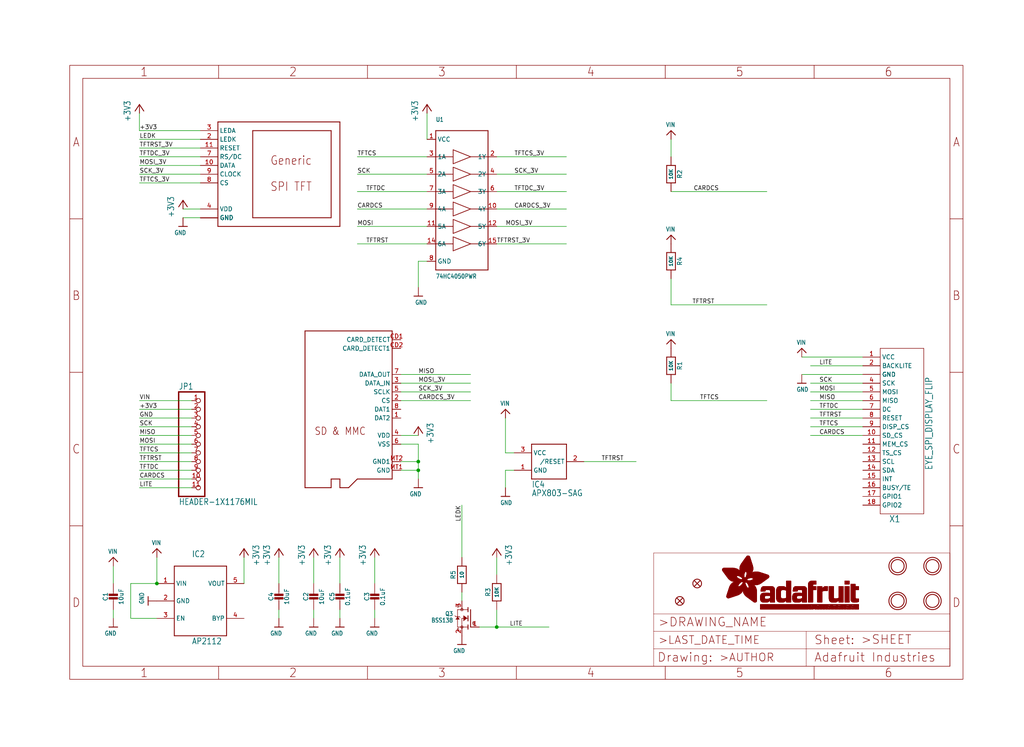
<source format=kicad_sch>
(kicad_sch (version 20211123) (generator eeschema)
  (paper "User" 298.45 217.881)
  (lib_symbols
    (symbol "eagleSchem-eagle-import:+3V3" (power)
      (property "Value" "+3V3" (at -2.54 -5.08 90))
      (symbol "+3V3_1_0"
        (pin power_in line (at 0 -2.54 90) (length 2.54) (name "+3V3") (number "1"))
      )
    )
    (symbol "eagleSchem-eagle-import:74HC4050DTSSOP"
      (property "Reference" "U" (at -7.62 22.86 0))
      (property "Value" "74HC4050DTSSOP" (at -7.62 -22.86 0))
      (symbol "74HC4050DTSSOP_1_0"
        (pin bidirectional line (at -10.16 17.78 0) (length 2.54) (name "VCC") (number "1"))
        (pin bidirectional line (at 10.16 -2.54 180) (length 2.54) (name "4Y") (number "10"))
        (pin bidirectional line (at -10.16 -7.62 0) (length 2.54) (name "5A") (number "11"))
        (pin bidirectional line (at 10.16 -7.62 180) (length 2.54) (name "5Y") (number "12"))
        (pin bidirectional line (at -10.16 -12.7 0) (length 2.54) (name "6A") (number "14"))
        (pin bidirectional line (at 10.16 -12.7 180) (length 2.54) (name "6Y") (number "15"))
        (pin bidirectional line (at 10.16 12.7 180) (length 2.54) (name "1Y") (number "2"))
        (pin bidirectional line (at -10.16 12.7 0) (length 2.54) (name "1A") (number "3"))
        (pin bidirectional line (at 10.16 7.62 180) (length 2.54) (name "2Y") (number "4"))
        (pin bidirectional line (at -10.16 7.62 0) (length 2.54) (name "2A") (number "5"))
        (pin bidirectional line (at 10.16 2.54 180) (length 2.54) (name "3Y") (number "6"))
        (pin bidirectional line (at -10.16 2.54 0) (length 2.54) (name "3A") (number "7"))
        (pin bidirectional line (at -10.16 -17.78 0) (length 2.54) (name "GND") (number "8"))
        (pin bidirectional line (at -10.16 -2.54 0) (length 2.54) (name "4A") (number "9"))
      )
    )
    (symbol "eagleSchem-eagle-import:AXP083-SAG"
      (property "Reference" "IC" (at -5.08 -7.62 0))
      (property "Value" "AXP083-SAG" (at -5.08 -10.16 0))
      (symbol "AXP083-SAG_1_0"
        (pin power_in line (at -10.16 -2.54 0) (length 5.08) (name "GND") (number "1"))
        (pin output line (at 10.16 0 180) (length 5.08) (name "/RESET") (number "2"))
        (pin power_in line (at -10.16 2.54 0) (length 5.08) (name "VCC") (number "3"))
      )
    )
    (symbol "eagleSchem-eagle-import:CAP_CERAMIC0603_NO"
      (property "Reference" "C" (at -2.29 1.25 90))
      (property "Value" "CAP_CERAMIC0603_NO" (at 2.3 1.25 90))
      (symbol "CAP_CERAMIC0603_NO_1_0"
        (pin passive line (at 0 5.08 270) (length 2.54) (name "1") (number "1"))
        (pin passive line (at 0 -2.54 90) (length 2.54) (name "2") (number "2"))
      )
    )
    (symbol "eagleSchem-eagle-import:CAP_CERAMIC0805-NOOUTLINE"
      (property "Reference" "C" (at -2.29 1.25 90))
      (property "Value" "CAP_CERAMIC0805-NOOUTLINE" (at 2.3 1.25 90))
      (symbol "CAP_CERAMIC0805-NOOUTLINE_1_0"
        (pin passive line (at 0 5.08 270) (length 2.54) (name "1") (number "1"))
        (pin passive line (at 0 -2.54 90) (length 2.54) (name "2") (number "2"))
      )
    )
    (symbol "eagleSchem-eagle-import:DISP_LCD_GENERIC_SPI_1.47IN_172X320_12P_WRAPUNDER"
      (symbol "DISP_LCD_GENERIC_SPI_1.47IN_172X320_12P_WRAPUNDER_1_0"
        (text "Generic" (at -5.08 2.54 0) (effects (font (size 2.54 2.159)) (justify left bottom)))
        (text "SPI TFT" (at -5.08 -5.08 0) (effects (font (size 2.54 2.159)) (justify left bottom)))
        (pin power_in line (at -25.4 -12.7 0) (length 5.08) (name "GND") (number "1"))
        (pin bidirectional line (at -25.4 2.54 0) (length 5.08) (name "DATA") (number "10"))
        (pin input line (at -25.4 7.62 0) (length 5.08) (name "RESET") (number "11"))
        (pin power_in line (at -25.4 -12.7 0) (length 5.08) (name "GND") (number "12"))
        (pin input line (at -25.4 10.16 0) (length 5.08) (name "LEDK") (number "2"))
        (pin input line (at -25.4 12.7 0) (length 5.08) (name "LEDA") (number "3"))
        (pin power_in line (at -25.4 -10.16 0) (length 5.08) (name "VDD") (number "4"))
        (pin power_in line (at -25.4 -12.7 0) (length 5.08) (name "GND") (number "5"))
        (pin power_in line (at -25.4 -12.7 0) (length 5.08) (name "GND") (number "6"))
        (pin input line (at -25.4 5.08 0) (length 5.08) (name "RS/DC") (number "7"))
        (pin input line (at -25.4 -2.54 0) (length 5.08) (name "CS") (number "8"))
        (pin input line (at -25.4 0 0) (length 5.08) (name "CLOCK") (number "9"))
      )
    )
    (symbol "eagleSchem-eagle-import:EYE_SPI_DISPLAY_FLIP"
      (property "Reference" "X" (at 2.54 -27.94 0))
      (property "Value" "EYE_SPI_DISPLAY_FLIP" (at 2.54 -27.94 0))
      (symbol "EYE_SPI_DISPLAY_FLIP_1_0"
        (pin power_in line (at -5.08 20.32 0) (length 5.08) (name "VCC") (number "1"))
        (pin input line (at -5.08 -2.54 0) (length 5.08) (name "SD_CS") (number "10"))
        (pin input line (at -5.08 -5.08 0) (length 5.08) (name "MEM_CS") (number "11"))
        (pin input line (at -5.08 -7.62 0) (length 5.08) (name "TS_CS") (number "12"))
        (pin input line (at -5.08 -10.16 0) (length 5.08) (name "SCL") (number "13"))
        (pin bidirectional line (at -5.08 -12.7 0) (length 5.08) (name "SDA") (number "14"))
        (pin output line (at -5.08 -15.24 0) (length 5.08) (name "INT") (number "15"))
        (pin output line (at -5.08 -17.78 0) (length 5.08) (name "BUSY/TE") (number "16"))
        (pin passive line (at -5.08 -20.32 0) (length 5.08) (name "GPIO1") (number "17"))
        (pin passive line (at -5.08 -22.86 0) (length 5.08) (name "GPIO2") (number "18"))
        (pin input line (at -5.08 17.78 0) (length 5.08) (name "BACKLITE") (number "2"))
        (pin power_in line (at -5.08 15.24 0) (length 5.08) (name "GND") (number "3"))
        (pin input line (at -5.08 12.7 0) (length 5.08) (name "SCK") (number "4"))
        (pin input line (at -5.08 10.16 0) (length 5.08) (name "MOSI") (number "5"))
        (pin output line (at -5.08 7.62 0) (length 5.08) (name "MISO") (number "6"))
        (pin input line (at -5.08 5.08 0) (length 5.08) (name "DC") (number "7"))
        (pin input line (at -5.08 2.54 0) (length 5.08) (name "RESET") (number "8"))
        (pin input line (at -5.08 0 0) (length 5.08) (name "DISP_CS") (number "9"))
        (pin power_in line (at -5.08 15.24 0) (length 5.08) (name "GND") (number "SUPPORT1"))
        (pin power_in line (at -5.08 15.24 0) (length 5.08) (name "GND") (number "SUPPORT2"))
      )
    )
    (symbol "eagleSchem-eagle-import:FIDUCIAL_1MM")
    (symbol "eagleSchem-eagle-import:FRAME_A4_ADAFRUIT"
      (symbol "FRAME_A4_ADAFRUIT_0_0"
        (text "1" (at 21.6958 1.905 0) (effects (font (size 2.54 2.286))))
        (text "1" (at 21.6958 177.165 0) (effects (font (size 2.54 2.286))))
        (text "2" (at 65.0875 1.905 0) (effects (font (size 2.54 2.286))))
        (text "2" (at 65.0875 177.165 0) (effects (font (size 2.54 2.286))))
        (text "3" (at 108.4792 1.905 0) (effects (font (size 2.54 2.286))))
        (text "3" (at 108.4792 177.165 0) (effects (font (size 2.54 2.286))))
        (text "4" (at 151.8708 1.905 0) (effects (font (size 2.54 2.286))))
        (text "4" (at 151.8708 177.165 0) (effects (font (size 2.54 2.286))))
        (text "5" (at 195.2625 1.905 0) (effects (font (size 2.54 2.286))))
        (text "5" (at 195.2625 177.165 0) (effects (font (size 2.54 2.286))))
        (text "6" (at 238.6542 1.905 0) (effects (font (size 2.54 2.286))))
        (text "6" (at 238.6542 177.165 0) (effects (font (size 2.54 2.286))))
        (text "A" (at 1.905 156.6863 0) (effects (font (size 2.54 2.286))))
        (text "A" (at 258.445 156.6863 0) (effects (font (size 2.54 2.286))))
        (text "B" (at 1.905 111.9188 0) (effects (font (size 2.54 2.286))))
        (text "B" (at 258.445 111.9188 0) (effects (font (size 2.54 2.286))))
        (text "C" (at 1.905 67.1513 0) (effects (font (size 2.54 2.286))))
        (text "C" (at 258.445 67.1513 0) (effects (font (size 2.54 2.286))))
        (text "D" (at 1.905 22.3838 0) (effects (font (size 2.54 2.286))))
        (text "D" (at 258.445 22.3838 0) (effects (font (size 2.54 2.286))))
      )
      (symbol "FRAME_A4_ADAFRUIT_1_0"
        (text ">AUTHOR" (at 189.23 5.08 0) (effects (font (size 2.286 2.286)) (justify left bottom)))
        (text ">DRAWING_NAME" (at 171.45 15.24 0) (effects (font (size 2.54 2.54)) (justify left bottom)))
        (text ">LAST_DATE_TIME" (at 171.45 10.16 0) (effects (font (size 2.286 2.286)) (justify left bottom)))
        (text ">SHEET" (at 230.505 10.16 0) (effects (font (size 2.54 2.54)) (justify left bottom)))
        (text "Adafruit Industries" (at 216.916 4.953 0) (effects (font (size 2.54 2.54)) (justify left bottom)))
        (text "Drawing:" (at 171.196 4.953 0) (effects (font (size 2.54 2.54)) (justify left bottom)))
        (text "Sheet:" (at 216.916 10.033 0) (effects (font (size 2.54 2.54)) (justify left bottom)))
      )
    )
    (symbol "eagleSchem-eagle-import:GND" (power)
      (property "Value" "GND" (at -1.524 -2.54 0))
      (symbol "GND_1_0"
        (pin power_in line (at 0 2.54 270) (length 2.54) (name "GND") (number "1"))
      )
    )
    (symbol "eagleSchem-eagle-import:HEADER-1X1176MIL"
      (property "Reference" "JP" (at -6.35 15.875 0))
      (property "Value" "HEADER-1X1176MIL" (at -6.35 -17.78 0))
      (symbol "HEADER-1X1176MIL_1_0"
        (pin passive inverted (at -2.54 12.7 0) (length 2.54) (name "1") (number "1"))
        (pin passive inverted (at -2.54 -10.16 0) (length 2.54) (name "10") (number "10"))
        (pin passive inverted (at -2.54 -12.7 0) (length 2.54) (name "11") (number "11"))
        (pin passive inverted (at -2.54 10.16 0) (length 2.54) (name "2") (number "2"))
        (pin passive inverted (at -2.54 7.62 0) (length 2.54) (name "3") (number "3"))
        (pin passive inverted (at -2.54 5.08 0) (length 2.54) (name "4") (number "4"))
        (pin passive inverted (at -2.54 2.54 0) (length 2.54) (name "5") (number "5"))
        (pin passive inverted (at -2.54 0 0) (length 2.54) (name "6") (number "6"))
        (pin passive inverted (at -2.54 -2.54 0) (length 2.54) (name "7") (number "7"))
        (pin passive inverted (at -2.54 -5.08 0) (length 2.54) (name "8") (number "8"))
        (pin passive inverted (at -2.54 -7.62 0) (length 2.54) (name "9") (number "9"))
      )
    )
    (symbol "eagleSchem-eagle-import:LP298XS"
      (property "Reference" "IC" (at -12.7 -5.08 90))
      (property "Value" "LP298XS" (at 12.7 -5.08 90))
      (symbol "LP298XS_1_0"
        (pin bidirectional line (at -5.08 -15.24 90) (length 5.08) (name "VIN") (number "1"))
        (pin bidirectional line (at 0 -15.24 90) (length 5.08) (name "GND") (number "2"))
        (pin bidirectional line (at 5.08 -15.24 90) (length 5.08) (name "EN") (number "3"))
        (pin bidirectional line (at 5.08 10.16 270) (length 5.08) (name "BYP") (number "4"))
        (pin bidirectional line (at -5.08 10.16 270) (length 5.08) (name "VOUT") (number "5"))
      )
    )
    (symbol "eagleSchem-eagle-import:MICROSD"
      (symbol "MICROSD_1_0"
        (text "SD & MMC" (at -7.62 -10.16 0) (effects (font (size 2.1844 1.8567)) (justify left bottom)))
        (pin bidirectional line (at -17.78 -5.08 0) (length 2.54) (name "DAT2") (number "1"))
        (pin input line (at -17.78 0 0) (length 2.54) (name "CS") (number "2"))
        (pin input line (at -17.78 5.08 0) (length 2.54) (name "DATA_IN") (number "3"))
        (pin power_in line (at -17.78 -10.16 0) (length 2.54) (name "VDD") (number "4"))
        (pin input line (at -17.78 2.54 0) (length 2.54) (name "SCLK") (number "5"))
        (pin power_in line (at -17.78 -12.7 0) (length 2.54) (name "VSS") (number "6"))
        (pin output line (at -17.78 7.62 0) (length 2.54) (name "DATA_OUT") (number "7"))
        (pin bidirectional line (at -17.78 -2.54 0) (length 2.54) (name "DAT1") (number "8"))
        (pin passive line (at -17.78 17.78 0) (length 2.54) (name "CARD_DETECT") (number "CD1"))
        (pin passive line (at -17.78 15.24 0) (length 2.54) (name "CARD_DETECT1") (number "CD2"))
        (pin power_in line (at -17.78 -20.32 0) (length 2.54) (name "GND") (number "MT1"))
        (pin power_in line (at -17.78 -17.78 0) (length 2.54) (name "GND1") (number "MT2"))
      )
    )
    (symbol "eagleSchem-eagle-import:MOSFET-NWIDE"
      (property "Reference" "Q" (at 5.08 0.635 0))
      (property "Value" "MOSFET-NWIDE" (at 5.08 -1.27 0))
      (symbol "MOSFET-NWIDE_1_0"
        (text "D" (at 3.175 3.175 0) (effects (font (size 0.8128 0.6908)) (justify left bottom)))
        (text "G" (at -1.27 -1.905 0) (effects (font (size 0.8128 0.6908)) (justify left bottom)))
        (text "S" (at 3.175 -3.81 0) (effects (font (size 0.8128 0.6908)) (justify left bottom)))
        (pin bidirectional line (at -2.54 -2.54 0) (length 2.54) (name "G") (number "1"))
        (pin bidirectional line (at 2.54 -5.08 90) (length 2.54) (name "S") (number "2"))
        (pin bidirectional line (at 2.54 5.08 270) (length 2.54) (name "D") (number "3"))
      )
    )
    (symbol "eagleSchem-eagle-import:MOUNTINGHOLE2.5")
    (symbol "eagleSchem-eagle-import:RESISTOR_0603_NOOUT"
      (property "Reference" "R" (at 0 2.54 0))
      (property "Value" "RESISTOR_0603_NOOUT" (at 0 0 0))
      (symbol "RESISTOR_0603_NOOUT_1_0"
        (pin passive line (at -5.08 0 0) (length 2.54) (name "1") (number "1"))
        (pin passive line (at 5.08 0 180) (length 2.54) (name "2") (number "2"))
      )
    )
    (symbol "eagleSchem-eagle-import:VIN" (power)
      (property "Value" "VIN" (at -1.524 1.016 0))
      (symbol "VIN_1_0"
        (pin power_in line (at 0 -2.54 90) (length 2.54) (name "VIN") (number "1"))
      )
    )
  )
  (junction (at 121.92 134.62))
  (junction (at 45.72 170.18))
  (junction (at 144.78 182.88))
  (junction (at 121.92 137.16))
  (wire (pts (xy 170.18 134.62) (xy 185.42 134.62)))
  (wire (pts (xy 160.02 182.88) (xy 144.78 182.88)))
  (wire (pts (xy 121.92 127) (xy 116.84 127)))
  (wire (pts (xy 233.68 104.14) (xy 251.46 104.14)))
  (wire (pts (xy 40.64 33.02) (xy 40.64 38.1)))
  (wire (pts (xy 38.1 170.18) (xy 45.72 170.18)))
  (wire (pts (xy 233.68 109.22) (xy 251.46 109.22)))
  (wire (pts (xy 121.92 137.16) (xy 121.92 139.7)))
  (wire (pts (xy 109.22 162.56) (xy 109.22 170.18)))
  (wire (pts (xy 104.14 50.8) (xy 124.46 50.8)))
  (wire (pts (xy 104.14 55.88) (xy 124.46 55.88)))
  (wire (pts (xy 195.58 45.72) (xy 195.58 40.64)))
  (wire (pts (xy 251.46 121.92) (xy 236.22 121.92)))
  (wire (pts (xy 58.42 45.72) (xy 40.64 45.72)))
  (wire (pts (xy 55.88 137.16) (xy 40.64 137.16)))
  (wire (pts (xy 55.88 142.24) (xy 40.64 142.24)))
  (wire (pts (xy 147.32 142.24) (xy 147.32 137.16)))
  (wire (pts (xy 33.02 180.34) (xy 33.02 177.8)))
  (wire (pts (xy 55.88 134.62) (xy 40.64 134.62)))
  (wire (pts (xy 236.22 124.46) (xy 251.46 124.46)))
  (wire (pts (xy 91.44 162.56) (xy 91.44 170.18)))
  (wire (pts (xy 55.88 124.46) (xy 40.64 124.46)))
  (wire (pts (xy 55.88 116.84) (xy 40.64 116.84)))
  (wire (pts (xy 144.78 71.12) (xy 165.1 71.12)))
  (wire (pts (xy 33.02 165.1) (xy 33.02 170.18)))
  (wire (pts (xy 144.78 45.72) (xy 165.1 45.72)))
  (wire (pts (xy 251.46 119.38) (xy 236.22 119.38)))
  (wire (pts (xy 53.34 63.5) (xy 58.42 63.5)))
  (wire (pts (xy 55.88 139.7) (xy 40.64 139.7)))
  (wire (pts (xy 124.46 76.2) (xy 121.92 76.2)))
  (wire (pts (xy 137.16 114.3) (xy 116.84 114.3)))
  (wire (pts (xy 55.88 129.54) (xy 40.64 129.54)))
  (wire (pts (xy 58.42 40.64) (xy 40.64 40.64)))
  (wire (pts (xy 99.06 180.34) (xy 99.06 177.8)))
  (wire (pts (xy 121.92 129.54) (xy 121.92 134.62)))
  (wire (pts (xy 124.46 45.72) (xy 104.14 45.72)))
  (wire (pts (xy 251.46 106.68) (xy 236.22 106.68)))
  (wire (pts (xy 144.78 182.88) (xy 144.78 177.8)))
  (wire (pts (xy 40.64 119.38) (xy 55.88 119.38)))
  (wire (pts (xy 116.84 109.22) (xy 137.16 109.22)))
  (wire (pts (xy 134.62 147.32) (xy 134.62 162.56)))
  (wire (pts (xy 195.58 88.9) (xy 195.58 81.28)))
  (wire (pts (xy 38.1 180.34) (xy 38.1 170.18)))
  (wire (pts (xy 165.1 55.88) (xy 144.78 55.88)))
  (wire (pts (xy 58.42 60.96) (xy 53.34 60.96)))
  (wire (pts (xy 40.64 127) (xy 55.88 127)))
  (wire (pts (xy 165.1 60.96) (xy 144.78 60.96)))
  (wire (pts (xy 116.84 137.16) (xy 121.92 137.16)))
  (wire (pts (xy 251.46 114.3) (xy 236.22 114.3)))
  (wire (pts (xy 58.42 43.18) (xy 40.64 43.18)))
  (wire (pts (xy 137.16 116.84) (xy 116.84 116.84)))
  (wire (pts (xy 251.46 127) (xy 236.22 127)))
  (wire (pts (xy 40.64 50.8) (xy 58.42 50.8)))
  (wire (pts (xy 81.28 180.34) (xy 81.28 177.8)))
  (wire (pts (xy 104.14 60.96) (xy 124.46 60.96)))
  (wire (pts (xy 45.72 180.34) (xy 38.1 180.34)))
  (wire (pts (xy 81.28 162.56) (xy 81.28 170.18)))
  (wire (pts (xy 55.88 121.92) (xy 40.64 121.92)))
  (wire (pts (xy 104.14 71.12) (xy 124.46 71.12)))
  (wire (pts (xy 40.64 132.08) (xy 55.88 132.08)))
  (wire (pts (xy 139.7 182.88) (xy 144.78 182.88)))
  (wire (pts (xy 116.84 134.62) (xy 121.92 134.62)))
  (wire (pts (xy 134.62 172.72) (xy 134.62 175.26)))
  (wire (pts (xy 149.86 132.08) (xy 147.32 132.08)))
  (wire (pts (xy 165.1 50.8) (xy 144.78 50.8)))
  (wire (pts (xy 195.58 116.84) (xy 195.58 111.76)))
  (wire (pts (xy 99.06 162.56) (xy 99.06 170.18)))
  (wire (pts (xy 71.12 162.56) (xy 71.12 170.18)))
  (wire (pts (xy 58.42 53.34) (xy 40.64 53.34)))
  (wire (pts (xy 137.16 111.76) (xy 116.84 111.76)))
  (wire (pts (xy 147.32 137.16) (xy 149.86 137.16)))
  (wire (pts (xy 121.92 134.62) (xy 121.92 137.16)))
  (wire (pts (xy 109.22 180.34) (xy 109.22 177.8)))
  (wire (pts (xy 58.42 48.26) (xy 40.64 48.26)))
  (wire (pts (xy 45.72 162.56) (xy 45.72 170.18)))
  (wire (pts (xy 251.46 111.76) (xy 236.22 111.76)))
  (wire (pts (xy 195.58 88.9) (xy 223.52 88.9)))
  (wire (pts (xy 104.14 66.04) (xy 124.46 66.04)))
  (wire (pts (xy 121.92 76.2) (xy 121.92 83.82)))
  (wire (pts (xy 58.42 38.1) (xy 40.64 38.1)))
  (wire (pts (xy 124.46 40.64) (xy 124.46 33.02)))
  (wire (pts (xy 144.78 66.04) (xy 165.1 66.04)))
  (wire (pts (xy 91.44 180.34) (xy 91.44 177.8)))
  (wire (pts (xy 195.58 116.84) (xy 223.52 116.84)))
  (wire (pts (xy 147.32 121.92) (xy 147.32 132.08)))
  (wire (pts (xy 236.22 116.84) (xy 251.46 116.84)))
  (wire (pts (xy 144.78 162.56) (xy 144.78 167.64)))
  (wire (pts (xy 116.84 129.54) (xy 121.92 129.54)))
  (wire (pts (xy 223.52 55.88) (xy 195.58 55.88)))
  (label "CARDCS" (at 104.14 60.96 0) (effects (font (size 1.2446 1.2446))))
  (label "+3V3" (at 40.64 119.38 0) (effects (font (size 1.2446 1.2446))))
  (label "TFTCS" (at 238.76 124.46 0) (effects (font (size 1.2446 1.2446))))
  (label "TFTDC" (at 40.64 137.16 0) (effects (font (size 1.2446 1.2446))))
  (label "LITE" (at 40.64 142.24 0) (effects (font (size 1.2446 1.2446))))
  (label "MISO" (at 238.76 116.84 0) (effects (font (size 1.2446 1.2446))))
  (label "TFTDC_3V" (at 40.64 45.72 0) (effects (font (size 1.2446 1.2446))))
  (label "TFTRST" (at 238.76 121.92 0) (effects (font (size 1.2446 1.2446))))
  (label "SCK" (at 238.76 111.76 0) (effects (font (size 1.2446 1.2446))))
  (label "LEDK" (at 134.62 147.32 270) (effects (font (size 1.2446 1.2446))))
  (label "SCK" (at 104.14 50.8 0) (effects (font (size 1.2446 1.2446))))
  (label "VIN" (at 40.64 116.84 0) (effects (font (size 1.2446 1.2446))))
  (label "MOSI_3V" (at 147.32 66.04 0) (effects (font (size 1.2446 1.2446))))
  (label "CARDCS" (at 238.76 127 0) (effects (font (size 1.2446 1.2446))))
  (label "LITE" (at 238.76 106.68 0) (effects (font (size 1.2446 1.2446))))
  (label "TFTRST" (at 106.68 71.12 0) (effects (font (size 1.2446 1.2446))))
  (label "TFTCS_3V" (at 40.64 53.34 0) (effects (font (size 1.2446 1.2446))))
  (label "MOSI" (at 104.14 66.04 0) (effects (font (size 1.2446 1.2446))))
  (label "TFTDC" (at 238.76 119.38 0) (effects (font (size 1.2446 1.2446))))
  (label "LEDK" (at 40.64 40.64 0) (effects (font (size 1.2446 1.2446))))
  (label "+3V3" (at 40.64 38.1 0) (effects (font (size 1.2446 1.2446))))
  (label "LITE" (at 152.4 182.88 180) (effects (font (size 1.2446 1.2446))))
  (label "CARDCS_3V" (at 149.86 60.96 0) (effects (font (size 1.2446 1.2446))))
  (label "SCK_3V" (at 149.86 50.8 0) (effects (font (size 1.2446 1.2446))))
  (label "SCK" (at 40.64 124.46 0) (effects (font (size 1.2446 1.2446))))
  (label "TFTRST_3V" (at 40.64 43.18 0) (effects (font (size 1.2446 1.2446))))
  (label "TFTRST" (at 40.64 134.62 0) (effects (font (size 1.2446 1.2446))))
  (label "TFTCS" (at 209.55 116.84 180) (effects (font (size 1.2446 1.2446))))
  (label "MOSI_3V" (at 121.92 111.76 0) (effects (font (size 1.2446 1.2446))))
  (label "SCK_3V" (at 121.92 114.3 0) (effects (font (size 1.2446 1.2446))))
  (label "MISO" (at 40.64 127 0) (effects (font (size 1.2446 1.2446))))
  (label "MISO" (at 121.92 109.22 0) (effects (font (size 1.2446 1.2446))))
  (label "CARDCS" (at 40.64 139.7 0) (effects (font (size 1.2446 1.2446))))
  (label "MOSI" (at 40.64 129.54 0) (effects (font (size 1.2446 1.2446))))
  (label "TFTDC_3V" (at 149.86 55.88 0) (effects (font (size 1.2446 1.2446))))
  (label "CARDCS" (at 209.55 55.88 180) (effects (font (size 1.2446 1.2446))))
  (label "TFTCS_3V" (at 149.86 45.72 0) (effects (font (size 1.2446 1.2446))))
  (label "TFTDC" (at 106.68 55.88 0) (effects (font (size 1.2446 1.2446))))
  (label "GND" (at 40.64 121.92 0) (effects (font (size 1.2446 1.2446))))
  (label "CARDCS_3V" (at 121.92 116.84 0) (effects (font (size 1.2446 1.2446))))
  (label "MOSI" (at 238.76 114.3 0) (effects (font (size 1.2446 1.2446))))
  (label "MOSI_3V" (at 40.64 48.26 0) (effects (font (size 1.2446 1.2446))))
  (label "TFTCS" (at 104.14 45.72 0) (effects (font (size 1.2446 1.2446))))
  (label "TFTRST" (at 208.28 88.9 180) (effects (font (size 1.2446 1.2446))))
  (label "TFTCS" (at 40.64 132.08 0) (effects (font (size 1.2446 1.2446))))
  (label "TFTRST" (at 175.26 134.62 0) (effects (font (size 1.2446 1.2446))))
  (label "TFTRST_3V" (at 144.78 71.12 0) (effects (font (size 1.2446 1.2446))))
  (label "SCK_3V" (at 40.64 50.8 0) (effects (font (size 1.2446 1.2446))))
  (symbol (lib_id "eagleSchem-eagle-import:FIDUCIAL_1MM") (at 198.12 175.26 0) (unit 1)
    (property "Reference" "U$4" (effects hide))
    (property "Value" "FIDUCIAL_1MM" (effects hide))
    (property "Footprint" "eagleSchem:FIDUCIAL_1MM" (effects hide))
  )
  (symbol (lib_id "eagleSchem-eagle-import:+3V3") (at 91.44 160.02 0) (unit 1)
    (property "Reference" "#+3V6" (effects hide))
    (property "Value" "+3V3" (at 88.9 165.1 90) (effects (font (size 1.778 1.5113)) (justify left bottom)))
    (property "Footprint" "eagleSchem:" (effects hide))
  )
  (symbol (lib_id "eagleSchem-eagle-import:GND") (at 121.92 142.24 0) (unit 1)
    (property "Reference" "#GND1" (effects hide))
    (property "Value" "GND" (at 119.38 144.78 0) (effects (font (size 1.27 1.0795)) (justify left bottom)))
    (property "Footprint" "eagleSchem:" (effects hide))
  )
  (symbol (lib_id "eagleSchem-eagle-import:GND") (at 121.92 86.36 0) (mirror y) (unit 1)
    (property "Reference" "#GND7" (effects hide))
    (property "Value" "GND" (at 124.46 88.9 0) (effects (font (size 1.27 1.0795)) (justify left bottom)))
    (property "Footprint" "eagleSchem:" (effects hide))
  )
  (symbol (lib_id "eagleSchem-eagle-import:DISP_LCD_GENERIC_SPI_1.47IN_172X320_12P_WRAPUNDER") (at 83.82 50.8 0) (unit 1)
    (property "Reference" "DISP1" (effects hide))
    (property "Value" "DISP_LCD_GENERIC_SPI_1.47IN_172X320_12P_WRAPUNDER" (effects hide))
    (property "Footprint" "eagleSchem:TFT_1.47IN_172X320_12P" (effects hide))
  )
  (symbol (lib_id "eagleSchem-eagle-import:VIN") (at 147.32 119.38 0) (unit 1)
    (property "Reference" "#U$17" (effects hide))
    (property "Value" "VIN" (at 145.796 118.364 0) (effects (font (size 1.27 1.0795)) (justify left bottom)))
    (property "Footprint" "eagleSchem:" (effects hide))
  )
  (symbol (lib_id "eagleSchem-eagle-import:RESISTOR_0603_NOOUT") (at 195.58 106.68 270) (mirror x) (unit 1)
    (property "Reference" "R1" (at 198.12 106.68 0))
    (property "Value" "10K" (at 195.58 106.68 0) (effects (font (size 1.016 1.016) bold)))
    (property "Footprint" "eagleSchem:0603-NO" (effects hide))
  )
  (symbol (lib_id "eagleSchem-eagle-import:CAP_CERAMIC0805-NOOUTLINE") (at 91.44 175.26 0) (unit 1)
    (property "Reference" "C2" (at 89.15 174.01 90))
    (property "Value" "10uF" (at 93.74 174.01 90))
    (property "Footprint" "eagleSchem:0805-NO" (effects hide))
  )
  (symbol (lib_id "eagleSchem-eagle-import:+3V3") (at 121.92 124.46 0) (mirror y) (unit 1)
    (property "Reference" "#+3V4" (effects hide))
    (property "Value" "+3V3" (at 124.46 129.54 90) (effects (font (size 1.778 1.5113)) (justify left bottom)))
    (property "Footprint" "eagleSchem:" (effects hide))
  )
  (symbol (lib_id "eagleSchem-eagle-import:MOUNTINGHOLE2.5") (at 271.78 165.1 0) (unit 1)
    (property "Reference" "U$8" (effects hide))
    (property "Value" "MOUNTINGHOLE2.5" (effects hide))
    (property "Footprint" "eagleSchem:MOUNTINGHOLE_2.5_PLATED" (effects hide))
  )
  (symbol (lib_id "eagleSchem-eagle-import:CAP_CERAMIC0603_NO") (at 99.06 175.26 0) (unit 1)
    (property "Reference" "C5" (at 96.77 174.01 90))
    (property "Value" "0.1uF" (at 101.36 174.01 90))
    (property "Footprint" "eagleSchem:0603-NO" (effects hide))
  )
  (symbol (lib_id "eagleSchem-eagle-import:CAP_CERAMIC0805-NOOUTLINE") (at 33.02 175.26 0) (unit 1)
    (property "Reference" "C1" (at 30.73 174.01 90))
    (property "Value" "10uF" (at 35.32 174.01 90))
    (property "Footprint" "eagleSchem:0805-NO" (effects hide))
  )
  (symbol (lib_id "eagleSchem-eagle-import:EYE_SPI_DISPLAY_FLIP") (at 256.54 124.46 0) (unit 1)
    (property "Reference" "X1" (at 259.08 152.4 0) (effects (font (size 1.9304 1.6408)) (justify left bottom)))
    (property "Value" "EYE_SPI_DISPLAY_FLIP" (at 271.78 137.16 90) (effects (font (size 1.9304 1.6408)) (justify left bottom)))
    (property "Footprint" "eagleSchem:EYE_SPI_DISPLAY_BOTCONTACT" (effects hide))
  )
  (symbol (lib_id "eagleSchem-eagle-import:+3V3") (at 71.12 160.02 0) (mirror y) (unit 1)
    (property "Reference" "#+3V2" (effects hide))
    (property "Value" "+3V3" (at 73.66 165.1 90) (effects (font (size 1.778 1.5113)) (justify left bottom)))
    (property "Footprint" "eagleSchem:" (effects hide))
  )
  (symbol (lib_id "eagleSchem-eagle-import:MOUNTINGHOLE2.5") (at 261.62 165.1 0) (unit 1)
    (property "Reference" "U$10" (effects hide))
    (property "Value" "MOUNTINGHOLE2.5" (effects hide))
    (property "Footprint" "eagleSchem:MOUNTINGHOLE_2.5_PLATED" (effects hide))
  )
  (symbol (lib_id "eagleSchem-eagle-import:MOUNTINGHOLE2.5") (at 261.62 175.26 0) (unit 1)
    (property "Reference" "U$7" (effects hide))
    (property "Value" "MOUNTINGHOLE2.5" (effects hide))
    (property "Footprint" "eagleSchem:MOUNTINGHOLE_2.5_PLATED" (effects hide))
  )
  (symbol (lib_id "eagleSchem-eagle-import:VIN") (at 195.58 68.58 0) (unit 1)
    (property "Reference" "#U$15" (effects hide))
    (property "Value" "VIN" (at 194.056 67.564 0) (effects (font (size 1.27 1.0795)) (justify left bottom)))
    (property "Footprint" "eagleSchem:" (effects hide))
  )
  (symbol (lib_id "eagleSchem-eagle-import:MOUNTINGHOLE2.5") (at 271.78 175.26 0) (unit 1)
    (property "Reference" "U$9" (effects hide))
    (property "Value" "MOUNTINGHOLE2.5" (effects hide))
    (property "Footprint" "eagleSchem:MOUNTINGHOLE_2.5_PLATED" (effects hide))
  )
  (symbol (lib_id "eagleSchem-eagle-import:RESISTOR_0603_NOOUT") (at 144.78 172.72 90) (unit 1)
    (property "Reference" "R3" (at 142.24 172.72 0))
    (property "Value" "10K" (at 144.78 172.72 0) (effects (font (size 1.016 1.016) bold)))
    (property "Footprint" "eagleSchem:0603-NO" (effects hide))
  )
  (symbol (lib_id "eagleSchem-eagle-import:+3V3") (at 40.64 30.48 0) (unit 1)
    (property "Reference" "#+3V13" (effects hide))
    (property "Value" "+3V3" (at 38.1 35.56 90) (effects (font (size 1.778 1.5113)) (justify left bottom)))
    (property "Footprint" "eagleSchem:" (effects hide))
  )
  (symbol (lib_id "eagleSchem-eagle-import:GND") (at 53.34 66.04 0) (unit 1)
    (property "Reference" "#GND8" (effects hide))
    (property "Value" "GND" (at 50.8 68.58 0) (effects (font (size 1.27 1.0795)) (justify left bottom)))
    (property "Footprint" "eagleSchem:" (effects hide))
  )
  (symbol (lib_id "eagleSchem-eagle-import:VIN") (at 195.58 99.06 0) (unit 1)
    (property "Reference" "#U$16" (effects hide))
    (property "Value" "VIN" (at 194.056 98.044 0) (effects (font (size 1.27 1.0795)) (justify left bottom)))
    (property "Footprint" "eagleSchem:" (effects hide))
  )
  (symbol (lib_id "eagleSchem-eagle-import:RESISTOR_0603_NOOUT") (at 134.62 167.64 90) (unit 1)
    (property "Reference" "R5" (at 132.08 167.64 0))
    (property "Value" "10" (at 134.62 167.64 0) (effects (font (size 1.016 1.016) bold)))
    (property "Footprint" "eagleSchem:0603-NO" (effects hide))
  )
  (symbol (lib_id "eagleSchem-eagle-import:+3V3") (at 81.28 160.02 0) (unit 1)
    (property "Reference" "#+3V8" (effects hide))
    (property "Value" "+3V3" (at 78.74 165.1 90) (effects (font (size 1.778 1.5113)) (justify left bottom)))
    (property "Footprint" "eagleSchem:" (effects hide))
  )
  (symbol (lib_id "eagleSchem-eagle-import:GND") (at 99.06 182.88 0) (unit 1)
    (property "Reference" "#GND6" (effects hide))
    (property "Value" "GND" (at 96.52 185.42 0) (effects (font (size 1.27 1.0795)) (justify left bottom)))
    (property "Footprint" "eagleSchem:" (effects hide))
  )
  (symbol (lib_id "eagleSchem-eagle-import:GND") (at 43.18 175.26 270) (unit 1)
    (property "Reference" "#GND9" (effects hide))
    (property "Value" "GND" (at 40.64 172.72 0) (effects (font (size 1.27 1.0795)) (justify left bottom)))
    (property "Footprint" "eagleSchem:" (effects hide))
  )
  (symbol (lib_id "eagleSchem-eagle-import:FRAME_A4_ADAFRUIT") (at 20.32 198.12 0) (unit 1)
    (property "Reference" "#U$6" (effects hide))
    (property "Value" "FRAME_A4_ADAFRUIT" (effects hide))
    (property "Footprint" "eagleSchem:" (effects hide))
  )
  (symbol (lib_id "eagleSchem-eagle-import:CAP_CERAMIC0805-NOOUTLINE") (at 81.28 175.26 0) (unit 1)
    (property "Reference" "C4" (at 78.99 174.01 90))
    (property "Value" "10uF" (at 83.58 174.01 90))
    (property "Footprint" "eagleSchem:0805-NO" (effects hide))
  )
  (symbol (lib_id "eagleSchem-eagle-import:GND") (at 91.44 182.88 0) (unit 1)
    (property "Reference" "#GND11" (effects hide))
    (property "Value" "GND" (at 88.9 185.42 0) (effects (font (size 1.27 1.0795)) (justify left bottom)))
    (property "Footprint" "eagleSchem:" (effects hide))
  )
  (symbol (lib_id "eagleSchem-eagle-import:GND") (at 134.62 187.96 0) (unit 1)
    (property "Reference" "#GND5" (effects hide))
    (property "Value" "GND" (at 132.08 190.5 0) (effects (font (size 1.27 1.0795)) (justify left bottom)))
    (property "Footprint" "eagleSchem:" (effects hide))
  )
  (symbol (lib_id "eagleSchem-eagle-import:+3V3") (at 53.34 58.42 0) (unit 1)
    (property "Reference" "#+3V7" (effects hide))
    (property "Value" "+3V3" (at 50.8 63.5 90) (effects (font (size 1.778 1.5113)) (justify left bottom)))
    (property "Footprint" "eagleSchem:" (effects hide))
  )
  (symbol (lib_id "eagleSchem-eagle-import:GND") (at 109.22 182.88 0) (unit 1)
    (property "Reference" "#GND4" (effects hide))
    (property "Value" "GND" (at 106.68 185.42 0) (effects (font (size 1.27 1.0795)) (justify left bottom)))
    (property "Footprint" "eagleSchem:" (effects hide))
  )
  (symbol (lib_id "eagleSchem-eagle-import:LP298XS") (at 60.96 175.26 270) (unit 1)
    (property "Reference" "IC2" (at 55.88 162.56 90) (effects (font (size 1.778 1.5113)) (justify left bottom)))
    (property "Value" "AP2112" (at 55.88 187.96 90) (effects (font (size 1.778 1.5113)) (justify left bottom)))
    (property "Footprint" "eagleSchem:SOT23-5L" (effects hide))
  )
  (symbol (lib_id "eagleSchem-eagle-import:+3V3") (at 109.22 160.02 0) (unit 1)
    (property "Reference" "#+3V10" (effects hide))
    (property "Value" "+3V3" (at 106.68 165.1 90) (effects (font (size 1.778 1.5113)) (justify left bottom)))
    (property "Footprint" "eagleSchem:" (effects hide))
  )
  (symbol (lib_id "eagleSchem-eagle-import:VIN") (at 33.02 162.56 0) (unit 1)
    (property "Reference" "#U$13" (effects hide))
    (property "Value" "VIN" (at 31.496 161.544 0) (effects (font (size 1.27 1.0795)) (justify left bottom)))
    (property "Footprint" "eagleSchem:" (effects hide))
  )
  (symbol (lib_id "eagleSchem-eagle-import:VIN") (at 45.72 160.02 0) (unit 1)
    (property "Reference" "#U$12" (effects hide))
    (property "Value" "VIN" (at 44.196 159.004 0) (effects (font (size 1.27 1.0795)) (justify left bottom)))
    (property "Footprint" "eagleSchem:" (effects hide))
  )
  (symbol (lib_id "eagleSchem-eagle-import:CAP_CERAMIC0603_NO") (at 109.22 175.26 0) (unit 1)
    (property "Reference" "C3" (at 106.93 174.01 90))
    (property "Value" "0.1uF" (at 111.52 174.01 90))
    (property "Footprint" "eagleSchem:0603-NO" (effects hide))
  )
  (symbol (lib_id "eagleSchem-eagle-import:RESISTOR_0603_NOOUT") (at 195.58 76.2 270) (mirror x) (unit 1)
    (property "Reference" "R4" (at 198.12 76.2 0))
    (property "Value" "10K" (at 195.58 76.2 0) (effects (font (size 1.016 1.016) bold)))
    (property "Footprint" "eagleSchem:0603-NO" (effects hide))
  )
  (symbol (lib_id "eagleSchem-eagle-import:FIDUCIAL_1MM") (at 203.2 170.18 0) (unit 1)
    (property "Reference" "U$5" (effects hide))
    (property "Value" "FIDUCIAL_1MM" (effects hide))
    (property "Footprint" "eagleSchem:FIDUCIAL_1MM" (effects hide))
  )
  (symbol (lib_id "eagleSchem-eagle-import:GND") (at 33.02 182.88 0) (unit 1)
    (property "Reference" "#GND12" (effects hide))
    (property "Value" "GND" (at 30.48 185.42 0) (effects (font (size 1.27 1.0795)) (justify left bottom)))
    (property "Footprint" "eagleSchem:" (effects hide))
  )
  (symbol (lib_id "eagleSchem-eagle-import:VIN") (at 233.68 101.6 0) (unit 1)
    (property "Reference" "#U$3" (effects hide))
    (property "Value" "VIN" (at 232.156 100.584 0) (effects (font (size 1.27 1.0795)) (justify left bottom)))
    (property "Footprint" "eagleSchem:" (effects hide))
  )
  (symbol (lib_id "eagleSchem-eagle-import:GND") (at 233.68 111.76 0) (unit 1)
    (property "Reference" "#U$18" (effects hide))
    (property "Value" "GND" (at 232.156 114.3 0) (effects (font (size 1.27 1.0795)) (justify left bottom)))
    (property "Footprint" "eagleSchem:" (effects hide))
  )
  (symbol (lib_id "eagleSchem-eagle-import:+3V3") (at 99.06 160.02 0) (unit 1)
    (property "Reference" "#+3V11" (effects hide))
    (property "Value" "+3V3" (at 96.52 165.1 90) (effects (font (size 1.778 1.5113)) (justify left bottom)))
    (property "Footprint" "eagleSchem:" (effects hide))
  )
  (symbol (lib_id "eagleSchem-eagle-import:AXP083-SAG") (at 160.02 134.62 0) (unit 1)
    (property "Reference" "IC4" (at 154.94 142.24 0) (effects (font (size 1.778 1.5113)) (justify left bottom)))
    (property "Value" "APX803-SAG" (at 154.94 144.78 0) (effects (font (size 1.778 1.5113)) (justify left bottom)))
    (property "Footprint" "eagleSchem:SOT23" (effects hide))
  )
  (symbol (lib_id "eagleSchem-eagle-import:+3V3") (at 124.46 30.48 0) (unit 1)
    (property "Reference" "#+3V12" (effects hide))
    (property "Value" "+3V3" (at 121.92 35.56 90) (effects (font (size 1.778 1.5113)) (justify left bottom)))
    (property "Footprint" "eagleSchem:" (effects hide))
  )
  (symbol (lib_id "eagleSchem-eagle-import:HEADER-1X1176MIL") (at 58.42 129.54 0) (unit 1)
    (property "Reference" "JP1" (at 52.07 113.665 0) (effects (font (size 1.778 1.5113)) (justify left bottom)))
    (property "Value" "HEADER-1X1176MIL" (at 52.07 147.32 0) (effects (font (size 1.778 1.5113)) (justify left bottom)))
    (property "Footprint" "eagleSchem:1X11_ROUND_76" (effects hide))
  )
  (symbol (lib_id "eagleSchem-eagle-import:MICROSD") (at 99.06 116.84 0) (mirror y) (unit 1)
    (property "Reference" "Q2" (effects hide))
    (property "Value" "MICROSD" (effects hide))
    (property "Footprint" "eagleSchem:MICROSD" (effects hide))
  )
  (symbol (lib_id "eagleSchem-eagle-import:GND") (at 147.32 144.78 0) (unit 1)
    (property "Reference" "#U$11" (effects hide))
    (property "Value" "GND" (at 145.796 147.32 0) (effects (font (size 1.27 1.0795)) (justify left bottom)))
    (property "Footprint" "eagleSchem:" (effects hide))
  )
  (symbol (lib_id "eagleSchem-eagle-import:GND") (at 81.28 182.88 0) (unit 1)
    (property "Reference" "#GND13" (effects hide))
    (property "Value" "GND" (at 78.74 185.42 0) (effects (font (size 1.27 1.0795)) (justify left bottom)))
    (property "Footprint" "eagleSchem:" (effects hide))
  )
  (symbol (lib_id "eagleSchem-eagle-import:+3V3") (at 144.78 160.02 0) (mirror y) (unit 1)
    (property "Reference" "#+3V9" (effects hide))
    (property "Value" "+3V3" (at 147.32 165.1 90) (effects (font (size 1.778 1.5113)) (justify left bottom)))
    (property "Footprint" "eagleSchem:" (effects hide))
  )
  (symbol (lib_id "eagleSchem-eagle-import:VIN") (at 195.58 38.1 0) (unit 1)
    (property "Reference" "#U$14" (effects hide))
    (property "Value" "VIN" (at 194.056 37.084 0) (effects (font (size 1.27 1.0795)) (justify left bottom)))
    (property "Footprint" "eagleSchem:" (effects hide))
  )
  (symbol (lib_id "eagleSchem-eagle-import:74HC4050DTSSOP") (at 134.62 58.42 0) (unit 1)
    (property "Reference" "U1" (at 127 35.56 0) (effects (font (size 1.27 1.0795)) (justify left bottom)))
    (property "Value" "74HC4050PWR" (at 127 81.28 0) (effects (font (size 1.27 1.0795)) (justify left bottom)))
    (property "Footprint" "eagleSchem:TSSOP16" (effects hide))
  )
  (symbol (lib_id "eagleSchem-eagle-import:MOSFET-NWIDE") (at 137.16 180.34 0) (mirror y) (unit 1)
    (property "Reference" "Q3" (at 132.08 179.705 0) (effects (font (size 1.27 1.0795)) (justify left bottom)))
    (property "Value" "BSS138" (at 132.08 181.61 0) (effects (font (size 1.27 1.0795)) (justify left bottom)))
    (property "Footprint" "eagleSchem:SOT23-WIDE" (effects hide))
  )
  (symbol (lib_id "eagleSchem-eagle-import:RESISTOR_0603_NOOUT") (at 195.58 50.8 270) (mirror x) (unit 1)
    (property "Reference" "R2" (at 198.12 50.8 0))
    (property "Value" "10K" (at 195.58 50.8 0) (effects (font (size 1.016 1.016) bold)))
    (property "Footprint" "eagleSchem:0603-NO" (effects hide))
  )
)
</source>
